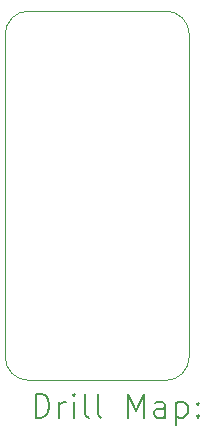
<source format=gbr>
%TF.GenerationSoftware,KiCad,Pcbnew,8.0.5*%
%TF.CreationDate,2025-01-09T20:32:42-08:00*%
%TF.ProjectId,PIC32Flex,50494333-3246-46c6-9578-2e6b69636164,rev?*%
%TF.SameCoordinates,Original*%
%TF.FileFunction,Drillmap*%
%TF.FilePolarity,Positive*%
%FSLAX45Y45*%
G04 Gerber Fmt 4.5, Leading zero omitted, Abs format (unit mm)*
G04 Created by KiCad (PCBNEW 8.0.5) date 2025-01-09 20:32:42*
%MOMM*%
%LPD*%
G01*
G04 APERTURE LIST*
%ADD10C,0.050000*%
%ADD11C,0.200000*%
G04 APERTURE END LIST*
D10*
X9861421Y-7240000D02*
G75*
G02*
X10061421Y-7040000I200000J0D01*
G01*
X11420000Y-7240000D02*
X11420000Y-9968579D01*
X10061421Y-7040000D02*
X11220000Y-7040000D01*
X10061421Y-10168579D02*
G75*
G02*
X9861421Y-9968579I0J200000D01*
G01*
X11420000Y-9968579D02*
G75*
G02*
X11220000Y-10168579I-200000J0D01*
G01*
X11220000Y-10168579D02*
X10061421Y-10168579D01*
X11220000Y-7040000D02*
G75*
G02*
X11420000Y-7240000I0J-200000D01*
G01*
X9861421Y-9968579D02*
X9861421Y-7240000D01*
D11*
X10119698Y-10482562D02*
X10119698Y-10282562D01*
X10119698Y-10282562D02*
X10167317Y-10282562D01*
X10167317Y-10282562D02*
X10195889Y-10292086D01*
X10195889Y-10292086D02*
X10214936Y-10311134D01*
X10214936Y-10311134D02*
X10224460Y-10330181D01*
X10224460Y-10330181D02*
X10233984Y-10368277D01*
X10233984Y-10368277D02*
X10233984Y-10396848D01*
X10233984Y-10396848D02*
X10224460Y-10434943D01*
X10224460Y-10434943D02*
X10214936Y-10453991D01*
X10214936Y-10453991D02*
X10195889Y-10473039D01*
X10195889Y-10473039D02*
X10167317Y-10482562D01*
X10167317Y-10482562D02*
X10119698Y-10482562D01*
X10319698Y-10482562D02*
X10319698Y-10349229D01*
X10319698Y-10387324D02*
X10329222Y-10368277D01*
X10329222Y-10368277D02*
X10338746Y-10358753D01*
X10338746Y-10358753D02*
X10357793Y-10349229D01*
X10357793Y-10349229D02*
X10376841Y-10349229D01*
X10443508Y-10482562D02*
X10443508Y-10349229D01*
X10443508Y-10282562D02*
X10433984Y-10292086D01*
X10433984Y-10292086D02*
X10443508Y-10301610D01*
X10443508Y-10301610D02*
X10453032Y-10292086D01*
X10453032Y-10292086D02*
X10443508Y-10282562D01*
X10443508Y-10282562D02*
X10443508Y-10301610D01*
X10567317Y-10482562D02*
X10548270Y-10473039D01*
X10548270Y-10473039D02*
X10538746Y-10453991D01*
X10538746Y-10453991D02*
X10538746Y-10282562D01*
X10672079Y-10482562D02*
X10653032Y-10473039D01*
X10653032Y-10473039D02*
X10643508Y-10453991D01*
X10643508Y-10453991D02*
X10643508Y-10282562D01*
X10900651Y-10482562D02*
X10900651Y-10282562D01*
X10900651Y-10282562D02*
X10967317Y-10425420D01*
X10967317Y-10425420D02*
X11033984Y-10282562D01*
X11033984Y-10282562D02*
X11033984Y-10482562D01*
X11214936Y-10482562D02*
X11214936Y-10377801D01*
X11214936Y-10377801D02*
X11205412Y-10358753D01*
X11205412Y-10358753D02*
X11186365Y-10349229D01*
X11186365Y-10349229D02*
X11148270Y-10349229D01*
X11148270Y-10349229D02*
X11129222Y-10358753D01*
X11214936Y-10473039D02*
X11195889Y-10482562D01*
X11195889Y-10482562D02*
X11148270Y-10482562D01*
X11148270Y-10482562D02*
X11129222Y-10473039D01*
X11129222Y-10473039D02*
X11119698Y-10453991D01*
X11119698Y-10453991D02*
X11119698Y-10434943D01*
X11119698Y-10434943D02*
X11129222Y-10415896D01*
X11129222Y-10415896D02*
X11148270Y-10406372D01*
X11148270Y-10406372D02*
X11195889Y-10406372D01*
X11195889Y-10406372D02*
X11214936Y-10396848D01*
X11310174Y-10349229D02*
X11310174Y-10549229D01*
X11310174Y-10358753D02*
X11329222Y-10349229D01*
X11329222Y-10349229D02*
X11367317Y-10349229D01*
X11367317Y-10349229D02*
X11386365Y-10358753D01*
X11386365Y-10358753D02*
X11395889Y-10368277D01*
X11395889Y-10368277D02*
X11405412Y-10387324D01*
X11405412Y-10387324D02*
X11405412Y-10444467D01*
X11405412Y-10444467D02*
X11395889Y-10463515D01*
X11395889Y-10463515D02*
X11386365Y-10473039D01*
X11386365Y-10473039D02*
X11367317Y-10482562D01*
X11367317Y-10482562D02*
X11329222Y-10482562D01*
X11329222Y-10482562D02*
X11310174Y-10473039D01*
X11491127Y-10463515D02*
X11500651Y-10473039D01*
X11500651Y-10473039D02*
X11491127Y-10482562D01*
X11491127Y-10482562D02*
X11481603Y-10473039D01*
X11481603Y-10473039D02*
X11491127Y-10463515D01*
X11491127Y-10463515D02*
X11491127Y-10482562D01*
X11491127Y-10358753D02*
X11500651Y-10368277D01*
X11500651Y-10368277D02*
X11491127Y-10377801D01*
X11491127Y-10377801D02*
X11481603Y-10368277D01*
X11481603Y-10368277D02*
X11491127Y-10358753D01*
X11491127Y-10358753D02*
X11491127Y-10377801D01*
M02*

</source>
